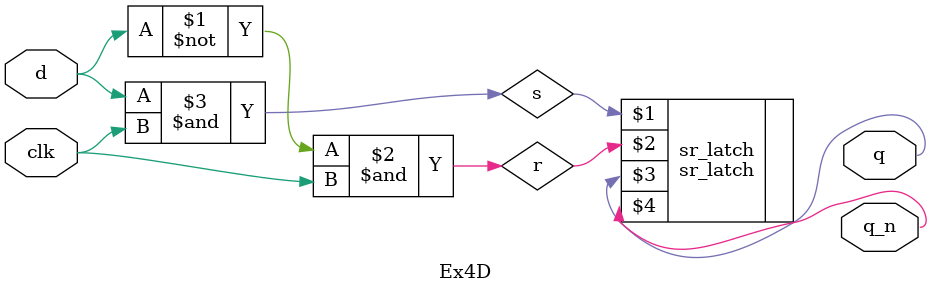
<source format=v>
module Ex4D
(
input clk ,
input d,
output q,
output q_n
);
wire r = ~d & clk;
wire s = d & clk ;
sr_latch sr_latch (s, r, q, q_n) ;
endmodule
</source>
